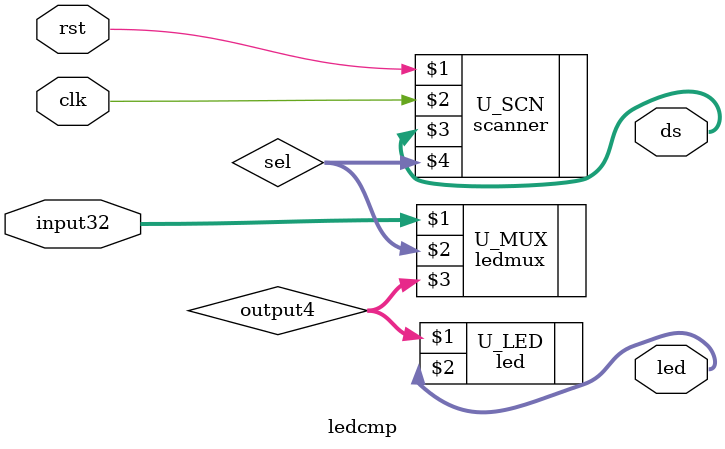
<source format=v>
module ledcmp(clk, rst, input32, led, ds);
input clk, rst;
input [31:0] input32;
output [6:0] led;
output [7:0] ds;
wire [2:0] sel;
wire [3:0] output4;
	scanner U_SCN(rst, clk, ds, sel);
	ledmux U_MUX(input32, sel, output4);
	led U_LED(output4, led);
endmodule
</source>
